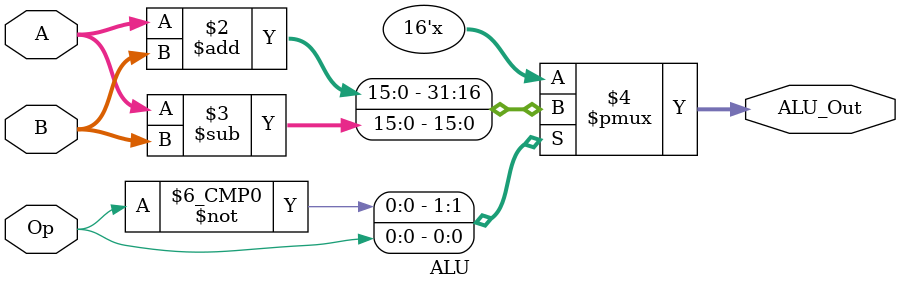
<source format=v>
module ALU(
	input wire signed [15:0] A,
	input wire signed [15:0] B,
	input wire Op,
	output reg [15:0] ALU_Out
);
	
	
	always @(Op, A, B) begin
		case (Op)
		0 : ALU_Out = A + B;
		1 : ALU_Out = A - B;
		endcase	
	end
endmodule
	
	

</source>
